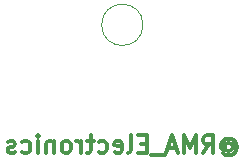
<source format=gbr>
G04 #@! TF.GenerationSoftware,KiCad,Pcbnew,5.1.5*
G04 #@! TF.CreationDate,2020-03-28T16:39:13-05:00*
G04 #@! TF.ProjectId,Python,50797468-6f6e-42e6-9b69-6361645f7063,rev?*
G04 #@! TF.SameCoordinates,Original*
G04 #@! TF.FileFunction,Legend,Bot*
G04 #@! TF.FilePolarity,Positive*
%FSLAX46Y46*%
G04 Gerber Fmt 4.6, Leading zero omitted, Abs format (unit mm)*
G04 Created by KiCad (PCBNEW 5.1.5) date 2020-03-28 16:39:13*
%MOMM*%
%LPD*%
G04 APERTURE LIST*
%ADD10C,0.300000*%
%ADD11C,0.120000*%
G04 APERTURE END LIST*
D10*
X136984285Y-112994285D02*
X137055714Y-112922857D01*
X137198571Y-112851428D01*
X137341428Y-112851428D01*
X137484285Y-112922857D01*
X137555714Y-112994285D01*
X137627142Y-113137142D01*
X137627142Y-113280000D01*
X137555714Y-113422857D01*
X137484285Y-113494285D01*
X137341428Y-113565714D01*
X137198571Y-113565714D01*
X137055714Y-113494285D01*
X136984285Y-113422857D01*
X136984285Y-112851428D02*
X136984285Y-113422857D01*
X136912857Y-113494285D01*
X136841428Y-113494285D01*
X136698571Y-113422857D01*
X136627142Y-113280000D01*
X136627142Y-112922857D01*
X136770000Y-112708571D01*
X136984285Y-112565714D01*
X137270000Y-112494285D01*
X137555714Y-112565714D01*
X137770000Y-112708571D01*
X137912857Y-112922857D01*
X137984285Y-113208571D01*
X137912857Y-113494285D01*
X137770000Y-113708571D01*
X137555714Y-113851428D01*
X137270000Y-113922857D01*
X136984285Y-113851428D01*
X136770000Y-113708571D01*
X135127142Y-113708571D02*
X135627142Y-112994285D01*
X135984285Y-113708571D02*
X135984285Y-112208571D01*
X135412857Y-112208571D01*
X135270000Y-112280000D01*
X135198571Y-112351428D01*
X135127142Y-112494285D01*
X135127142Y-112708571D01*
X135198571Y-112851428D01*
X135270000Y-112922857D01*
X135412857Y-112994285D01*
X135984285Y-112994285D01*
X134484285Y-113708571D02*
X134484285Y-112208571D01*
X133984285Y-113280000D01*
X133484285Y-112208571D01*
X133484285Y-113708571D01*
X132841428Y-113280000D02*
X132127142Y-113280000D01*
X132984285Y-113708571D02*
X132484285Y-112208571D01*
X131984285Y-113708571D01*
X131841428Y-113851428D02*
X130698571Y-113851428D01*
X130341428Y-112922857D02*
X129841428Y-112922857D01*
X129627142Y-113708571D02*
X130341428Y-113708571D01*
X130341428Y-112208571D01*
X129627142Y-112208571D01*
X128770000Y-113708571D02*
X128912857Y-113637142D01*
X128984285Y-113494285D01*
X128984285Y-112208571D01*
X127627142Y-113637142D02*
X127770000Y-113708571D01*
X128055714Y-113708571D01*
X128198571Y-113637142D01*
X128270000Y-113494285D01*
X128270000Y-112922857D01*
X128198571Y-112780000D01*
X128055714Y-112708571D01*
X127770000Y-112708571D01*
X127627142Y-112780000D01*
X127555714Y-112922857D01*
X127555714Y-113065714D01*
X128270000Y-113208571D01*
X126270000Y-113637142D02*
X126412857Y-113708571D01*
X126698571Y-113708571D01*
X126841428Y-113637142D01*
X126912857Y-113565714D01*
X126984285Y-113422857D01*
X126984285Y-112994285D01*
X126912857Y-112851428D01*
X126841428Y-112780000D01*
X126698571Y-112708571D01*
X126412857Y-112708571D01*
X126270000Y-112780000D01*
X125841428Y-112708571D02*
X125270000Y-112708571D01*
X125627142Y-112208571D02*
X125627142Y-113494285D01*
X125555714Y-113637142D01*
X125412857Y-113708571D01*
X125270000Y-113708571D01*
X124770000Y-113708571D02*
X124770000Y-112708571D01*
X124770000Y-112994285D02*
X124698571Y-112851428D01*
X124627142Y-112780000D01*
X124484285Y-112708571D01*
X124341428Y-112708571D01*
X123627142Y-113708571D02*
X123770000Y-113637142D01*
X123841428Y-113565714D01*
X123912857Y-113422857D01*
X123912857Y-112994285D01*
X123841428Y-112851428D01*
X123770000Y-112780000D01*
X123627142Y-112708571D01*
X123412857Y-112708571D01*
X123270000Y-112780000D01*
X123198571Y-112851428D01*
X123127142Y-112994285D01*
X123127142Y-113422857D01*
X123198571Y-113565714D01*
X123270000Y-113637142D01*
X123412857Y-113708571D01*
X123627142Y-113708571D01*
X122484285Y-112708571D02*
X122484285Y-113708571D01*
X122484285Y-112851428D02*
X122412857Y-112780000D01*
X122270000Y-112708571D01*
X122055714Y-112708571D01*
X121912857Y-112780000D01*
X121841428Y-112922857D01*
X121841428Y-113708571D01*
X121127142Y-113708571D02*
X121127142Y-112708571D01*
X121127142Y-112208571D02*
X121198571Y-112280000D01*
X121127142Y-112351428D01*
X121055714Y-112280000D01*
X121127142Y-112208571D01*
X121127142Y-112351428D01*
X119770000Y-113637142D02*
X119912857Y-113708571D01*
X120198571Y-113708571D01*
X120341428Y-113637142D01*
X120412857Y-113565714D01*
X120484285Y-113422857D01*
X120484285Y-112994285D01*
X120412857Y-112851428D01*
X120341428Y-112780000D01*
X120198571Y-112708571D01*
X119912857Y-112708571D01*
X119770000Y-112780000D01*
X119198571Y-113637142D02*
X119055714Y-113708571D01*
X118770000Y-113708571D01*
X118627142Y-113637142D01*
X118555714Y-113494285D01*
X118555714Y-113422857D01*
X118627142Y-113280000D01*
X118770000Y-113208571D01*
X118984285Y-113208571D01*
X119127142Y-113137142D01*
X119198571Y-112994285D01*
X119198571Y-112922857D01*
X119127142Y-112780000D01*
X118984285Y-112708571D01*
X118770000Y-112708571D01*
X118627142Y-112780000D01*
D11*
X130020000Y-102870000D02*
G75*
G03X130020000Y-102870000I-1750000J0D01*
G01*
M02*

</source>
